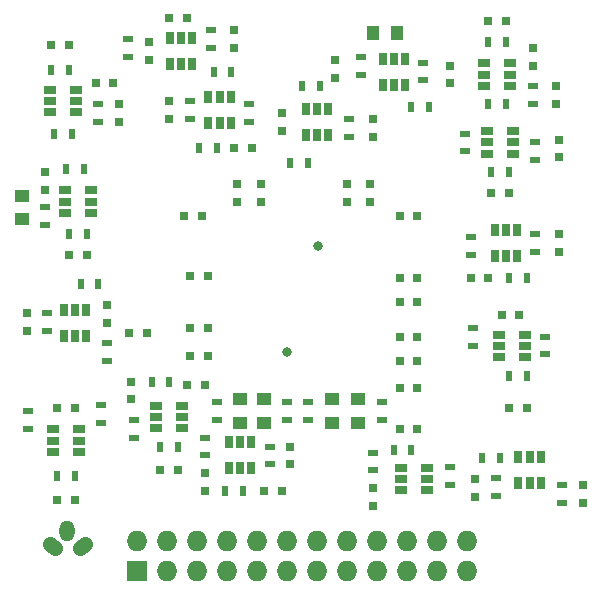
<source format=gts>
G04 #@! TF.FileFunction,Soldermask,Top*
%FSLAX46Y46*%
G04 Gerber Fmt 4.6, Leading zero omitted, Abs format (unit mm)*
G04 Created by KiCad (PCBNEW (2015-01-16 BZR 5376)-product) date 23/07/2015 11:35:32*
%MOMM*%
G01*
G04 APERTURE LIST*
%ADD10C,0.100000*%
%ADD11R,0.750000X0.800000*%
%ADD12R,0.800000X0.750000*%
%ADD13R,1.000000X1.250000*%
%ADD14R,1.250000X1.000000*%
%ADD15R,0.900000X0.500000*%
%ADD16R,0.500000X0.900000*%
%ADD17R,0.650000X1.060000*%
%ADD18R,1.060000X0.650000*%
%ADD19O,1.300480X1.800860*%
%ADD20C,1.300480*%
%ADD21R,1.727200X1.727200*%
%ADD22O,1.727200X1.727200*%
%ADD23C,0.800000*%
G04 APERTURE END LIST*
D10*
D11*
X71500000Y-75250000D03*
X71500000Y-76750000D03*
D12*
X65000000Y-78000000D03*
X66500000Y-78000000D03*
X84750000Y-78000000D03*
X83250000Y-78000000D03*
D11*
X80750000Y-75250000D03*
X80750000Y-76750000D03*
X69500000Y-75250000D03*
X69500000Y-76750000D03*
D12*
X65490000Y-83040000D03*
X66990000Y-83040000D03*
X84750000Y-83250000D03*
X83250000Y-83250000D03*
D11*
X78750000Y-75250000D03*
X78750000Y-76750000D03*
D12*
X60320000Y-87870000D03*
X61820000Y-87870000D03*
X65530000Y-87450000D03*
X67030000Y-87450000D03*
X84750000Y-88250000D03*
X83250000Y-88250000D03*
X84750000Y-85250000D03*
X83250000Y-85250000D03*
X65540000Y-89830000D03*
X67040000Y-89830000D03*
X65250000Y-92250000D03*
X66750000Y-92250000D03*
X84750000Y-92500000D03*
X83250000Y-92500000D03*
X84750000Y-90250000D03*
X83250000Y-90250000D03*
D13*
X81000000Y-62500000D03*
X83000000Y-62500000D03*
D14*
X51250000Y-78250000D03*
X51250000Y-76250000D03*
D12*
X63750000Y-61250000D03*
X65250000Y-61250000D03*
X73250000Y-101250000D03*
X71750000Y-101250000D03*
D11*
X94500000Y-63750000D03*
X94500000Y-65250000D03*
D12*
X57500000Y-66750000D03*
X59000000Y-66750000D03*
D11*
X69250000Y-63750000D03*
X69250000Y-62250000D03*
X62000000Y-64750000D03*
X62000000Y-63250000D03*
X59500000Y-70000000D03*
X59500000Y-68500000D03*
D12*
X53750000Y-63500000D03*
X55250000Y-63500000D03*
D11*
X96500000Y-67000000D03*
X96500000Y-68500000D03*
D12*
X90750000Y-61500000D03*
X92250000Y-61500000D03*
D11*
X87500000Y-66750000D03*
X87500000Y-65250000D03*
X77750000Y-66250000D03*
X77750000Y-64750000D03*
D12*
X69250000Y-72250000D03*
X70750000Y-72250000D03*
D11*
X63750000Y-69750000D03*
X63750000Y-68250000D03*
X53250000Y-74250000D03*
X53250000Y-75750000D03*
D12*
X56750000Y-81250000D03*
X55250000Y-81250000D03*
D11*
X96750000Y-71500000D03*
X96750000Y-73000000D03*
D12*
X91000000Y-76000000D03*
X92500000Y-76000000D03*
D11*
X73250000Y-70750000D03*
X73250000Y-69250000D03*
X81000000Y-71250000D03*
X81000000Y-69750000D03*
X58500000Y-87000000D03*
X58500000Y-85500000D03*
X51740000Y-87710000D03*
X51740000Y-86210000D03*
D12*
X55750000Y-94250000D03*
X54250000Y-94250000D03*
X55750000Y-102000000D03*
X54250000Y-102000000D03*
X89250000Y-83250000D03*
X90750000Y-83250000D03*
D11*
X96750000Y-79500000D03*
X96750000Y-81000000D03*
D12*
X91875000Y-86375000D03*
X93375000Y-86375000D03*
X92500000Y-94250000D03*
X94000000Y-94250000D03*
D11*
X60500000Y-92000000D03*
X60500000Y-93500000D03*
D12*
X64500000Y-99500000D03*
X63000000Y-99500000D03*
D11*
X66750000Y-99750000D03*
X66750000Y-101250000D03*
X74000000Y-97500000D03*
X74000000Y-99000000D03*
X81000000Y-102500000D03*
X81000000Y-101000000D03*
D12*
X84750000Y-96000000D03*
X83250000Y-96000000D03*
D11*
X89625000Y-100250000D03*
X89625000Y-101750000D03*
X98750000Y-100750000D03*
X98750000Y-102250000D03*
D15*
X73750000Y-95250000D03*
X73750000Y-93750000D03*
X67750000Y-95250000D03*
X67750000Y-93750000D03*
X81750000Y-95250000D03*
X81750000Y-93750000D03*
X75500000Y-95250000D03*
X75500000Y-93750000D03*
D16*
X69000000Y-65750000D03*
X67500000Y-65750000D03*
X67750000Y-72250000D03*
X66250000Y-72250000D03*
D15*
X58500000Y-90250000D03*
X58500000Y-88750000D03*
D16*
X62250000Y-92000000D03*
X63750000Y-92000000D03*
X55500000Y-71000000D03*
X54000000Y-71000000D03*
X55000000Y-74000000D03*
X56500000Y-74000000D03*
D15*
X58000000Y-94000000D03*
X58000000Y-95500000D03*
X66750000Y-98250000D03*
X66750000Y-96750000D03*
D16*
X92250000Y-68500000D03*
X90750000Y-68500000D03*
D15*
X88750000Y-71000000D03*
X88750000Y-72500000D03*
X89250000Y-81250000D03*
X89250000Y-79750000D03*
X87500000Y-100750000D03*
X87500000Y-99250000D03*
D16*
X85750000Y-68750000D03*
X84250000Y-68750000D03*
X74000000Y-73500000D03*
X75500000Y-73500000D03*
D15*
X89500000Y-87500000D03*
X89500000Y-89000000D03*
D16*
X90250000Y-98500000D03*
X91750000Y-98500000D03*
D15*
X67250000Y-63750000D03*
X67250000Y-62250000D03*
X60250000Y-64500000D03*
X60250000Y-63000000D03*
X57750000Y-68500000D03*
X57750000Y-70000000D03*
D16*
X53750000Y-65600000D03*
X55250000Y-65600000D03*
D15*
X94500000Y-68500000D03*
X94500000Y-67000000D03*
D16*
X90750000Y-63250000D03*
X92250000Y-63250000D03*
D15*
X85250000Y-66500000D03*
X85250000Y-65000000D03*
X80000000Y-66000000D03*
X80000000Y-64500000D03*
X70500000Y-70000000D03*
X70500000Y-68500000D03*
X65500000Y-69750000D03*
X65500000Y-68250000D03*
X53250000Y-77250000D03*
X53250000Y-78750000D03*
D16*
X56750000Y-79470000D03*
X55250000Y-79470000D03*
D15*
X94750000Y-71750000D03*
X94750000Y-73250000D03*
D16*
X91000000Y-74250000D03*
X92500000Y-74250000D03*
X75000000Y-67000000D03*
X76500000Y-67000000D03*
D15*
X79000000Y-71250000D03*
X79000000Y-69750000D03*
D16*
X57750000Y-83750000D03*
X56250000Y-83750000D03*
D15*
X53370000Y-87690000D03*
X53370000Y-86190000D03*
X51750000Y-94500000D03*
X51750000Y-96000000D03*
D16*
X55750000Y-100000000D03*
X54250000Y-100000000D03*
X92500000Y-83250000D03*
X94000000Y-83250000D03*
D15*
X94750000Y-79500000D03*
X94750000Y-81000000D03*
X95590000Y-88190000D03*
X95590000Y-89690000D03*
D16*
X92500000Y-91500000D03*
X94000000Y-91500000D03*
D15*
X60750000Y-95250000D03*
X60750000Y-96750000D03*
D16*
X64500000Y-97500000D03*
X63000000Y-97500000D03*
X68500000Y-101250000D03*
X70000000Y-101250000D03*
D15*
X72250000Y-97500000D03*
X72250000Y-99000000D03*
X81000000Y-99500000D03*
X81000000Y-98000000D03*
D16*
X84250000Y-97750000D03*
X82750000Y-97750000D03*
D15*
X91425000Y-101700000D03*
X91425000Y-100200000D03*
X97000000Y-100750000D03*
X97000000Y-102250000D03*
D17*
X63800000Y-65100000D03*
X64750000Y-65100000D03*
X65700000Y-65100000D03*
X65700000Y-62900000D03*
X63800000Y-62900000D03*
X64750000Y-62900000D03*
D18*
X53650000Y-67300000D03*
X53650000Y-68250000D03*
X53650000Y-69200000D03*
X55850000Y-69200000D03*
X55850000Y-67300000D03*
X55850000Y-68250000D03*
X90400000Y-65050000D03*
X90400000Y-66000000D03*
X90400000Y-66950000D03*
X92600000Y-66950000D03*
X92600000Y-65050000D03*
X92600000Y-66000000D03*
D17*
X81800000Y-66850000D03*
X82750000Y-66850000D03*
X83700000Y-66850000D03*
X83700000Y-64650000D03*
X81800000Y-64650000D03*
X82750000Y-64650000D03*
X67050000Y-70100000D03*
X68000000Y-70100000D03*
X68950000Y-70100000D03*
X68950000Y-67900000D03*
X67050000Y-67900000D03*
X68000000Y-67900000D03*
D18*
X57100000Y-77700000D03*
X57100000Y-76750000D03*
X57100000Y-75800000D03*
X54900000Y-75800000D03*
X54900000Y-77700000D03*
X54900000Y-76750000D03*
X90650000Y-70800000D03*
X90650000Y-71750000D03*
X90650000Y-72700000D03*
X92850000Y-72700000D03*
X92850000Y-70800000D03*
X92850000Y-71750000D03*
D17*
X75300000Y-71100000D03*
X76250000Y-71100000D03*
X77200000Y-71100000D03*
X77200000Y-68900000D03*
X75300000Y-68900000D03*
X76250000Y-68900000D03*
X54800000Y-88100000D03*
X55750000Y-88100000D03*
X56700000Y-88100000D03*
X56700000Y-85900000D03*
X54800000Y-85900000D03*
X55750000Y-85900000D03*
D18*
X56100000Y-97950000D03*
X56100000Y-97000000D03*
X56100000Y-96050000D03*
X53900000Y-96050000D03*
X53900000Y-97950000D03*
X53900000Y-97000000D03*
D17*
X93200000Y-79150000D03*
X92250000Y-79150000D03*
X91300000Y-79150000D03*
X91300000Y-81350000D03*
X93200000Y-81350000D03*
X92250000Y-81350000D03*
D18*
X91650000Y-88050000D03*
X91650000Y-89000000D03*
X91650000Y-89950000D03*
X93850000Y-89950000D03*
X93850000Y-88050000D03*
X93850000Y-89000000D03*
X64850000Y-95950000D03*
X64850000Y-95000000D03*
X64850000Y-94050000D03*
X62650000Y-94050000D03*
X62650000Y-95950000D03*
X62650000Y-95000000D03*
D17*
X70700000Y-97150000D03*
X69750000Y-97150000D03*
X68800000Y-97150000D03*
X68800000Y-99350000D03*
X70700000Y-99350000D03*
X69750000Y-99350000D03*
D18*
X85600000Y-101200000D03*
X85600000Y-100250000D03*
X85600000Y-99300000D03*
X83400000Y-99300000D03*
X83400000Y-101200000D03*
X83400000Y-100250000D03*
D17*
X95200000Y-98400000D03*
X94250000Y-98400000D03*
X93300000Y-98400000D03*
X93300000Y-100600000D03*
X95200000Y-100600000D03*
X94250000Y-100600000D03*
D19*
X55120000Y-104630000D03*
D20*
X53673089Y-105723089D02*
X54026911Y-106076911D01*
X56213089Y-106076911D02*
X56566911Y-105723089D01*
D21*
X61000000Y-108000000D03*
D22*
X61000000Y-105460000D03*
X63540000Y-108000000D03*
X63540000Y-105460000D03*
X66080000Y-108000000D03*
X66080000Y-105460000D03*
X68620000Y-108000000D03*
X68620000Y-105460000D03*
X71160000Y-108000000D03*
X71160000Y-105460000D03*
X73700000Y-108000000D03*
X73700000Y-105460000D03*
X76240000Y-108000000D03*
X76240000Y-105460000D03*
X78780000Y-108000000D03*
X78780000Y-105460000D03*
X81320000Y-108000000D03*
X81320000Y-105460000D03*
X83860000Y-108000000D03*
X83860000Y-105460000D03*
X86400000Y-108000000D03*
X86400000Y-105460000D03*
X88940000Y-108000000D03*
X88940000Y-105460000D03*
D14*
X71750000Y-93500000D03*
X71750000Y-95500000D03*
X69750000Y-93500000D03*
X69750000Y-95500000D03*
X79750000Y-93500000D03*
X79750000Y-95500000D03*
X77500000Y-93500000D03*
X77500000Y-95500000D03*
D23*
X76300000Y-80500000D03*
X73700000Y-89500000D03*
M02*

</source>
